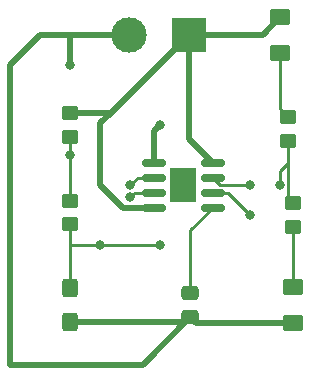
<source format=gbr>
%TF.GenerationSoftware,KiCad,Pcbnew,(6.0.10)*%
%TF.CreationDate,2023-02-17T12:20:43-08:00*%
%TF.ProjectId,Excercise2,45786365-7263-4697-9365-322e6b696361,rev?*%
%TF.SameCoordinates,Original*%
%TF.FileFunction,Copper,L1,Top*%
%TF.FilePolarity,Positive*%
%FSLAX46Y46*%
G04 Gerber Fmt 4.6, Leading zero omitted, Abs format (unit mm)*
G04 Created by KiCad (PCBNEW (6.0.10)) date 2023-02-17 12:20:43*
%MOMM*%
%LPD*%
G01*
G04 APERTURE LIST*
G04 Aperture macros list*
%AMRoundRect*
0 Rectangle with rounded corners*
0 $1 Rounding radius*
0 $2 $3 $4 $5 $6 $7 $8 $9 X,Y pos of 4 corners*
0 Add a 4 corners polygon primitive as box body*
4,1,4,$2,$3,$4,$5,$6,$7,$8,$9,$2,$3,0*
0 Add four circle primitives for the rounded corners*
1,1,$1+$1,$2,$3*
1,1,$1+$1,$4,$5*
1,1,$1+$1,$6,$7*
1,1,$1+$1,$8,$9*
0 Add four rect primitives between the rounded corners*
20,1,$1+$1,$2,$3,$4,$5,0*
20,1,$1+$1,$4,$5,$6,$7,0*
20,1,$1+$1,$6,$7,$8,$9,0*
20,1,$1+$1,$8,$9,$2,$3,0*%
G04 Aperture macros list end*
%TA.AperFunction,SMDPad,CuDef*%
%ADD10RoundRect,0.250001X0.624999X-0.462499X0.624999X0.462499X-0.624999X0.462499X-0.624999X-0.462499X0*%
%TD*%
%TA.AperFunction,SMDPad,CuDef*%
%ADD11RoundRect,0.250000X0.450000X-0.350000X0.450000X0.350000X-0.450000X0.350000X-0.450000X-0.350000X0*%
%TD*%
%TA.AperFunction,SMDPad,CuDef*%
%ADD12RoundRect,0.150000X-0.825000X-0.150000X0.825000X-0.150000X0.825000X0.150000X-0.825000X0.150000X0*%
%TD*%
%TA.AperFunction,SMDPad,CuDef*%
%ADD13R,2.290000X3.000000*%
%TD*%
%TA.AperFunction,SMDPad,CuDef*%
%ADD14RoundRect,0.250000X-0.425000X0.537500X-0.425000X-0.537500X0.425000X-0.537500X0.425000X0.537500X0*%
%TD*%
%TA.AperFunction,ComponentPad*%
%ADD15R,3.000000X3.000000*%
%TD*%
%TA.AperFunction,ComponentPad*%
%ADD16C,3.000000*%
%TD*%
%TA.AperFunction,SMDPad,CuDef*%
%ADD17RoundRect,0.250000X-0.475000X0.337500X-0.475000X-0.337500X0.475000X-0.337500X0.475000X0.337500X0*%
%TD*%
%TA.AperFunction,ViaPad*%
%ADD18C,0.800000*%
%TD*%
%TA.AperFunction,Conductor*%
%ADD19C,0.254000*%
%TD*%
%TA.AperFunction,Conductor*%
%ADD20C,0.508000*%
%TD*%
G04 APERTURE END LIST*
D10*
%TO.P,D1,1,K*%
%TO.N,Net-(D1-Pad1)*%
X160020000Y-62447500D03*
%TO.P,D1,2,A*%
%TO.N,+9V*%
X160020000Y-59472500D03*
%TD*%
D11*
%TO.P,R2,1*%
%TO.N,/pin_2*%
X142240000Y-76972936D03*
%TO.P,R2,2*%
%TO.N,/pin_7*%
X142240000Y-74972936D03*
%TD*%
D12*
%TO.P,U1,1,GND*%
%TO.N,GND*%
X149335000Y-71755000D03*
%TO.P,U1,2,TR*%
%TO.N,/pin_2*%
X149335000Y-73025000D03*
%TO.P,U1,3,Q*%
%TO.N,/pin_3*%
X149335000Y-74295000D03*
%TO.P,U1,4,R*%
%TO.N,+9V*%
X149335000Y-75565000D03*
%TO.P,U1,5,CV*%
%TO.N,Net-(C2-Pad1)*%
X154285000Y-75565000D03*
%TO.P,U1,6,THR*%
%TO.N,/pin_2*%
X154285000Y-74295000D03*
%TO.P,U1,7,DIS*%
%TO.N,/pin_7*%
X154285000Y-73025000D03*
%TO.P,U1,8,VCC*%
%TO.N,+9V*%
X154285000Y-71755000D03*
D13*
%TO.P,U1,9*%
%TO.N,N/C*%
X151810000Y-73660000D03*
%TD*%
D14*
%TO.P,C1,1*%
%TO.N,/pin_2*%
X142240000Y-82382500D03*
%TO.P,C1,2*%
%TO.N,GND*%
X142240000Y-85257500D03*
%TD*%
D15*
%TO.P,J1,1,Pin_1*%
%TO.N,+9V*%
X152270000Y-60960000D03*
D16*
%TO.P,J1,2,Pin_2*%
%TO.N,GND*%
X147190000Y-60960000D03*
%TD*%
D11*
%TO.P,R4,1*%
%TO.N,Net-(D2-Pad2)*%
X161072500Y-77200000D03*
%TO.P,R4,2*%
%TO.N,/pin_3*%
X161072500Y-75200000D03*
%TD*%
D17*
%TO.P,C2,1*%
%TO.N,Net-(C2-Pad1)*%
X152400000Y-82782500D03*
%TO.P,C2,2*%
%TO.N,GND*%
X152400000Y-84857500D03*
%TD*%
D11*
%TO.P,R3,1*%
%TO.N,/pin_3*%
X160697500Y-69892936D03*
%TO.P,R3,2*%
%TO.N,Net-(D1-Pad1)*%
X160697500Y-67892936D03*
%TD*%
%TO.P,R1,1*%
%TO.N,/pin_7*%
X142240000Y-69580000D03*
%TO.P,R1,2*%
%TO.N,+9V*%
X142240000Y-67580000D03*
%TD*%
D10*
%TO.P,D2,1,K*%
%TO.N,GND*%
X161072500Y-85307500D03*
%TO.P,D2,2,A*%
%TO.N,Net-(D2-Pad2)*%
X161072500Y-82332500D03*
%TD*%
D18*
%TO.N,/pin_2*%
X147320000Y-73660000D03*
X144780000Y-78740000D03*
X157480000Y-76200000D03*
X149860000Y-78740000D03*
%TO.N,GND*%
X142240000Y-63500000D03*
X149860000Y-68580000D03*
%TO.N,/pin_7*%
X142240000Y-71120000D03*
X157480000Y-73660000D03*
%TO.N,/pin_3*%
X160020000Y-73660000D03*
X147320000Y-74711500D03*
%TD*%
D19*
%TO.N,/pin_2*%
X154285000Y-74295000D02*
X155575000Y-74295000D01*
X142240000Y-76972936D02*
X142240000Y-78740000D01*
X142240000Y-78740000D02*
X142240000Y-82382500D01*
X149860000Y-78740000D02*
X144780000Y-78740000D01*
X147955000Y-73025000D02*
X147320000Y-73660000D01*
X149335000Y-73025000D02*
X147955000Y-73025000D01*
X155575000Y-74295000D02*
X157480000Y-76200000D01*
X144780000Y-78740000D02*
X142240000Y-78740000D01*
D20*
%TO.N,GND*%
X152000000Y-85257500D02*
X142240000Y-85257500D01*
D19*
X142240000Y-85257500D02*
X142640000Y-84857500D01*
D20*
X148357500Y-88900000D02*
X152400000Y-84857500D01*
X152850000Y-85307500D02*
X152400000Y-84857500D01*
X161072500Y-85307500D02*
X152850000Y-85307500D01*
X142240000Y-60960000D02*
X139700000Y-60960000D01*
X139700000Y-60960000D02*
X137160000Y-63500000D01*
X142240000Y-63500000D02*
X142240000Y-60960000D01*
X137160000Y-88900000D02*
X148357500Y-88900000D01*
X147190000Y-60960000D02*
X142240000Y-60960000D01*
X149335000Y-69105000D02*
X149860000Y-68580000D01*
X137160000Y-63500000D02*
X137160000Y-88900000D01*
X149335000Y-71755000D02*
X149335000Y-69105000D01*
X152400000Y-84857500D02*
X152000000Y-85257500D01*
D19*
%TO.N,Net-(C2-Pad1)*%
X154285000Y-75565000D02*
X152400000Y-77450000D01*
X152400000Y-77450000D02*
X152400000Y-82782500D01*
%TO.N,Net-(D1-Pad1)*%
X160020000Y-67215436D02*
X160697500Y-67892936D01*
X160020000Y-62447500D02*
X160020000Y-67215436D01*
D20*
%TO.N,+9V*%
X152270000Y-60960000D02*
X145650000Y-67580000D01*
X144780000Y-68450000D02*
X145650000Y-67580000D01*
X144780000Y-73660000D02*
X144780000Y-68450000D01*
X154285000Y-71755000D02*
X152270000Y-69740000D01*
X158532500Y-60960000D02*
X160020000Y-59472500D01*
X152270000Y-60960000D02*
X158532500Y-60960000D01*
X146685000Y-75565000D02*
X144780000Y-73660000D01*
X145650000Y-67580000D02*
X142240000Y-67580000D01*
X152270000Y-69740000D02*
X152270000Y-60960000D01*
X147906000Y-65324000D02*
X152270000Y-60960000D01*
X149335000Y-75565000D02*
X146685000Y-75565000D01*
D19*
%TO.N,Net-(D2-Pad2)*%
X161072500Y-77200000D02*
X161072500Y-82332500D01*
%TO.N,/pin_7*%
X142240000Y-74972936D02*
X142240000Y-71120000D01*
X142240000Y-71120000D02*
X142240000Y-69580000D01*
X154285000Y-73025000D02*
X154920000Y-73660000D01*
X154920000Y-73660000D02*
X157480000Y-73660000D01*
%TO.N,/pin_3*%
X160697500Y-74825000D02*
X161072500Y-75200000D01*
X149335000Y-74295000D02*
X147736500Y-74295000D01*
X160697500Y-69892936D02*
X160697500Y-71797500D01*
X160020000Y-72475000D02*
X160697500Y-71797500D01*
X160697500Y-71797500D02*
X160697500Y-74825000D01*
X160020000Y-73660000D02*
X160020000Y-72475000D01*
X147736500Y-74295000D02*
X147320000Y-74711500D01*
%TD*%
M02*

</source>
